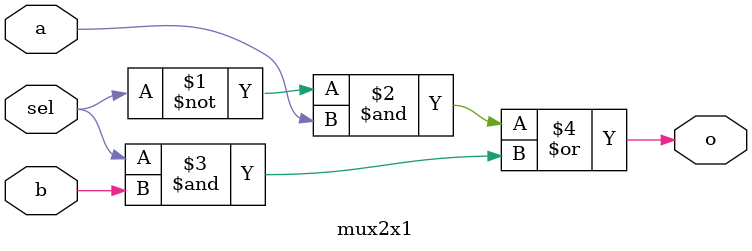
<source format=v>

`timescale 1ns/1ns



module carryselect ( a, b, ci ,co , s);
  parameter n= 8, k=4, type = 1;  // type 1 : CLA , type 0 :RCA
  
  input [n-1 :0]  a, b;
  input ci;
  
  output co;
  output[n-1 :0]  s;
  
  wire [2:0] cc; 
  wire trash ;

  wire [k-1:0] sum1;
  wire [k-1:0] sum2;
  wire sumOut;

  wire cin2, cin3;
  wire joined;
  
  assign cin2= 1'b 0;
  assign cin3= 1'b 1;



   genvar i;
   
     generate
          for ( i = 0 ; i < k ; i = i +1 )  begin: addbit 
          mux2x1 mux(.a(sum1[i]), .b(sum2[i]), .sel(cc[0]), .o(s[i+k]));
           end
           
          
         if (type ==1 && k==4 ) begin
            cla4_adder adder1 ( .a(a[k-1 :0]) , .b(b[k-1:0]) ,  .cin(ci) ,   .s(s[k-1:0])   ,  .co(cc[0]));
            cla4_adder adder2 ( .a(a[n-1: k]) , .b(b[n-1:k]) ,  .cin(cin2) , .s(sum1[k-1:0]) , .co(cc[1]));
            cla4_adder adder3 ( .a(a[n-1 :k]) , .b(b[n-1:k]) ,  .cin(cin3) , .s(sum2[k-1:0]) , .co(cc[2]));
         end
  
        else
           begin
           nbit_RCA #(k) rca1 (.a(a[k-1 :0]), .b(b[k-1:0]), .ci(ci)  , .s(s[k-1:0])   , .co(cc[0]));
           nbit_RCA #(k) rca2 (.a(a[n-1: k]), .b(b[n-1:k]), .ci(cin2), .s(sum1[k-1:0]), .co(cc[1]));
           nbit_RCA #(k) rca3 (.a(a[n-1 :k]), .b(b[n-1:k]), .ci(cin3), .s(sum2[k-1:0]), .co(cc[2]));
    end
      endgenerate
      
    mux2x1 mux2(.a(cc[1]), .b(cc[2]), .sel(cc[0]), .o(co));

endmodule

module cla4_adder ( a , b ,  cin , s , co);
  input [3:0] a , b;
  input cin;
  output co;
  output [3:0] s;

  wire [3:0] p , g;
  wire [4:0] c;
  
  assign c[0]= cin;
  assign c[1] = g[0] || (c[0] & p[0]);
  assign c[2] = g[1] || (g[0] & p[1]) || (c[0] & p[0] & p[1]) ;
  assign c[3] = g[2] || (g[1] & p[2]) || (g[0] & p [1] & p[2])  || ( c[0] & p[0] & p[1] & p[2] );
  assign c[4] = g[3] || (g[2] & p[3]) ||  (g[1] & p[2] & p [3]) || (g[0] & p[1] & p[2] & p[3]) || (c[0] & p[0]& p[1]& p[2] & p[3]);
 


  genvar i;
   generate
     for (i=0; i<4;i=i+1) begin: add
       full_adderCLA fa1 ( .a(a[i]), .b(b[i]) , .ci(c[i]) , .s(s[i]) , .p(p[i]) ,.g(g[i]));
     end
  endgenerate

  assign co = c[4];
  
endmodule


module full_adderCLA ( a, b , ci , s , p , g );
  input a, b , ci;
  output s , p , g;
  
  assign s = a ^ b ^ ci;
  assign p = a | b;
  assign g = a & b;
  
endmodule



module nbit_RCA ( a , b, ci, s , co );

  parameter n = 16;
  input [n-1 : 0] a, b ;
  input ci;
  output [n-1: 0] s;
  output co;
  wire [n:0] c;

  assign c[0]= ci;
  assign co = c[n];

  genvar i;
     generate
          for ( i = 0 ; i < n ; i = i +1)  begin: addbit 
             full_adder fa (.a(a[i]), .b(b[i]), .ci(c[i]), .s(s[i]), .co(c[i+1]));
            end
      endgenerate
      


endmodule

module full_adder ( a, b , ci , s ,co );
  input a, b , ci;
  output s , co;
  
  assign s = a ^ b ^ ci;
  assign co = (a & b) | (a & ci) | (b & ci) ;
  
endmodule

module mux2x1 (a, b, sel, o);
  input a,b, sel;
  output o;
  
  assign o= (~sel & a) | (sel & b); 

endmodule


</source>
